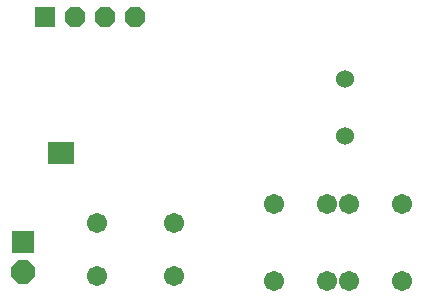
<source format=gbs>
G75*
G70*
%OFA0B0*%
%FSLAX24Y24*%
%IPPOS*%
%LPD*%
%AMOC8*
5,1,8,0,0,1.08239X$1,22.5*
%
%ADD10C,0.0000*%
%ADD11C,0.0001*%
%ADD12C,0.0600*%
%ADD13R,0.0674X0.0674*%
%ADD14OC8,0.0674*%
%ADD15C,0.0674*%
%ADD16R,0.0780X0.0780*%
%ADD17OC8,0.0780*%
%ADD18C,0.0671*%
D10*
X002880Y004650D02*
X003700Y004650D01*
X003700Y005350D01*
X002880Y005350D01*
X002880Y004650D01*
D11*
X002880Y004651D02*
X003700Y004651D01*
X003700Y004652D02*
X002880Y004652D01*
X002880Y004653D02*
X003700Y004653D01*
X003700Y004654D02*
X002880Y004654D01*
X002880Y004655D02*
X003700Y004655D01*
X003700Y004656D02*
X002880Y004656D01*
X002880Y004657D02*
X003700Y004657D01*
X003700Y004658D02*
X002880Y004658D01*
X002880Y004659D02*
X003700Y004659D01*
X003700Y004660D02*
X002880Y004660D01*
X002880Y004661D02*
X003700Y004661D01*
X003700Y004662D02*
X002880Y004662D01*
X002880Y004663D02*
X003700Y004663D01*
X003700Y004664D02*
X002880Y004664D01*
X002880Y004665D02*
X003700Y004665D01*
X003700Y004666D02*
X002880Y004666D01*
X002880Y004667D02*
X003700Y004667D01*
X003700Y004668D02*
X002880Y004668D01*
X002880Y004669D02*
X003700Y004669D01*
X003700Y004670D02*
X002880Y004670D01*
X002880Y004671D02*
X003700Y004671D01*
X003700Y004672D02*
X002880Y004672D01*
X002880Y004673D02*
X003700Y004673D01*
X003700Y004674D02*
X002880Y004674D01*
X002880Y004675D02*
X003700Y004675D01*
X003700Y004676D02*
X002880Y004676D01*
X002880Y004677D02*
X003700Y004677D01*
X003700Y004678D02*
X002880Y004678D01*
X002880Y004679D02*
X003700Y004679D01*
X003700Y004680D02*
X002880Y004680D01*
X002880Y004681D02*
X003700Y004681D01*
X003700Y004682D02*
X002880Y004682D01*
X002880Y004683D02*
X003700Y004683D01*
X003700Y004684D02*
X002880Y004684D01*
X002880Y004685D02*
X003700Y004685D01*
X003700Y004686D02*
X002880Y004686D01*
X002880Y004687D02*
X003700Y004687D01*
X003700Y004688D02*
X002880Y004688D01*
X002880Y004689D02*
X003700Y004689D01*
X003700Y004690D02*
X002880Y004690D01*
X002880Y004691D02*
X003700Y004691D01*
X003700Y004692D02*
X002880Y004692D01*
X002880Y004693D02*
X003700Y004693D01*
X003700Y004694D02*
X002880Y004694D01*
X002880Y004695D02*
X003700Y004695D01*
X003700Y004696D02*
X002880Y004696D01*
X002880Y004697D02*
X003700Y004697D01*
X003700Y004698D02*
X002880Y004698D01*
X002880Y004699D02*
X003700Y004699D01*
X003700Y004700D02*
X002880Y004700D01*
X002880Y004701D02*
X003700Y004701D01*
X003700Y004702D02*
X002880Y004702D01*
X002880Y004703D02*
X003700Y004703D01*
X003700Y004704D02*
X002880Y004704D01*
X002880Y004705D02*
X003700Y004705D01*
X003700Y004706D02*
X002880Y004706D01*
X002880Y004707D02*
X003700Y004707D01*
X003700Y004708D02*
X002880Y004708D01*
X002880Y004709D02*
X003700Y004709D01*
X003700Y004710D02*
X002880Y004710D01*
X002880Y004711D02*
X003700Y004711D01*
X003700Y004712D02*
X002880Y004712D01*
X002880Y004713D02*
X003700Y004713D01*
X003700Y004714D02*
X002880Y004714D01*
X002880Y004715D02*
X003700Y004715D01*
X003700Y004716D02*
X002880Y004716D01*
X002880Y004717D02*
X003700Y004717D01*
X003700Y004718D02*
X002880Y004718D01*
X002880Y004719D02*
X003700Y004719D01*
X003700Y004720D02*
X002880Y004720D01*
X002880Y004721D02*
X003700Y004721D01*
X003700Y004722D02*
X002880Y004722D01*
X002880Y004723D02*
X003700Y004723D01*
X003700Y004724D02*
X002880Y004724D01*
X002880Y004725D02*
X003700Y004725D01*
X003700Y004726D02*
X002880Y004726D01*
X002880Y004727D02*
X003700Y004727D01*
X003700Y004728D02*
X002880Y004728D01*
X002880Y004729D02*
X003700Y004729D01*
X003700Y004730D02*
X002880Y004730D01*
X002880Y004731D02*
X003700Y004731D01*
X003700Y004732D02*
X002880Y004732D01*
X002880Y004733D02*
X003700Y004733D01*
X003700Y004734D02*
X002880Y004734D01*
X002880Y004735D02*
X003700Y004735D01*
X003700Y004736D02*
X002880Y004736D01*
X002880Y004737D02*
X003700Y004737D01*
X003700Y004738D02*
X002880Y004738D01*
X002880Y004739D02*
X003700Y004739D01*
X003700Y004740D02*
X002880Y004740D01*
X002880Y004741D02*
X003700Y004741D01*
X003700Y004742D02*
X002880Y004742D01*
X002880Y004743D02*
X003700Y004743D01*
X003700Y004744D02*
X002880Y004744D01*
X002880Y004745D02*
X003700Y004745D01*
X003700Y004746D02*
X002880Y004746D01*
X002880Y004747D02*
X003700Y004747D01*
X003700Y004748D02*
X002880Y004748D01*
X002880Y004749D02*
X003700Y004749D01*
X003700Y004750D02*
X002880Y004750D01*
X002880Y004751D02*
X003700Y004751D01*
X003700Y004752D02*
X002880Y004752D01*
X002880Y004753D02*
X003700Y004753D01*
X003700Y004754D02*
X002880Y004754D01*
X002880Y004755D02*
X003700Y004755D01*
X003700Y004756D02*
X002880Y004756D01*
X002880Y004757D02*
X003700Y004757D01*
X003700Y004758D02*
X002880Y004758D01*
X002880Y004759D02*
X003700Y004759D01*
X003700Y004760D02*
X002880Y004760D01*
X002880Y004761D02*
X003700Y004761D01*
X003700Y004762D02*
X002880Y004762D01*
X002880Y004763D02*
X003700Y004763D01*
X003700Y004764D02*
X002880Y004764D01*
X002880Y004765D02*
X003700Y004765D01*
X003700Y004766D02*
X002880Y004766D01*
X002880Y004767D02*
X003700Y004767D01*
X003700Y004768D02*
X002880Y004768D01*
X002880Y004769D02*
X003700Y004769D01*
X003700Y004770D02*
X002880Y004770D01*
X002880Y004771D02*
X003700Y004771D01*
X003700Y004772D02*
X002880Y004772D01*
X002880Y004773D02*
X003700Y004773D01*
X003700Y004774D02*
X002880Y004774D01*
X002880Y004775D02*
X003700Y004775D01*
X003700Y004776D02*
X002880Y004776D01*
X002880Y004777D02*
X003700Y004777D01*
X003700Y004778D02*
X002880Y004778D01*
X002880Y004779D02*
X003700Y004779D01*
X003700Y004780D02*
X002880Y004780D01*
X002880Y004781D02*
X003700Y004781D01*
X003700Y004782D02*
X002880Y004782D01*
X002880Y004783D02*
X003700Y004783D01*
X003700Y004784D02*
X002880Y004784D01*
X002880Y004785D02*
X003700Y004785D01*
X003700Y004786D02*
X002880Y004786D01*
X002880Y004787D02*
X003700Y004787D01*
X003700Y004788D02*
X002880Y004788D01*
X002880Y004789D02*
X003700Y004789D01*
X003700Y004790D02*
X002880Y004790D01*
X002880Y004791D02*
X003700Y004791D01*
X003700Y004792D02*
X002880Y004792D01*
X002880Y004793D02*
X003700Y004793D01*
X003700Y004794D02*
X002880Y004794D01*
X002880Y004795D02*
X003700Y004795D01*
X003700Y004796D02*
X002880Y004796D01*
X002880Y004797D02*
X003700Y004797D01*
X003700Y004798D02*
X002880Y004798D01*
X002880Y004799D02*
X003700Y004799D01*
X003700Y004800D02*
X002880Y004800D01*
X002880Y004801D02*
X003700Y004801D01*
X003700Y004802D02*
X002880Y004802D01*
X002880Y004803D02*
X003700Y004803D01*
X003700Y004804D02*
X002880Y004804D01*
X002880Y004805D02*
X003700Y004805D01*
X003700Y004806D02*
X002880Y004806D01*
X002880Y004807D02*
X003700Y004807D01*
X003700Y004808D02*
X002880Y004808D01*
X002880Y004809D02*
X003700Y004809D01*
X003700Y004810D02*
X002880Y004810D01*
X002880Y004811D02*
X003700Y004811D01*
X003700Y004812D02*
X002880Y004812D01*
X002880Y004813D02*
X003700Y004813D01*
X003700Y004814D02*
X002880Y004814D01*
X002880Y004815D02*
X003700Y004815D01*
X003700Y004816D02*
X002880Y004816D01*
X002880Y004817D02*
X003700Y004817D01*
X003700Y004818D02*
X002880Y004818D01*
X003700Y004818D01*
X003700Y004819D02*
X002880Y004819D01*
X002880Y004820D02*
X003700Y004820D01*
X003700Y004821D02*
X002880Y004821D01*
X002880Y004822D02*
X003700Y004822D01*
X003700Y004823D02*
X002880Y004823D01*
X002880Y004824D02*
X003700Y004824D01*
X003700Y004825D02*
X002880Y004825D01*
X002880Y004826D02*
X003700Y004826D01*
X003700Y004827D02*
X002880Y004827D01*
X002880Y004828D02*
X003700Y004828D01*
X003700Y004829D02*
X002880Y004829D01*
X002880Y004830D02*
X003700Y004830D01*
X003700Y004831D02*
X002880Y004831D01*
X002880Y004832D02*
X003700Y004832D01*
X003700Y004833D02*
X002880Y004833D01*
X002880Y004834D02*
X003700Y004834D01*
X003700Y004835D02*
X002880Y004835D01*
X002880Y004836D02*
X003700Y004836D01*
X003700Y004837D02*
X002880Y004837D01*
X002880Y004838D02*
X003700Y004838D01*
X003700Y004839D02*
X002880Y004839D01*
X002880Y004840D02*
X003700Y004840D01*
X003700Y004841D02*
X002880Y004841D01*
X002880Y004842D02*
X003700Y004842D01*
X003700Y004843D02*
X002880Y004843D01*
X002880Y004844D02*
X003700Y004844D01*
X003700Y004845D02*
X002880Y004845D01*
X002880Y004846D02*
X003700Y004846D01*
X003700Y004847D02*
X002880Y004847D01*
X002880Y004848D02*
X003700Y004848D01*
X003700Y004849D02*
X002880Y004849D01*
X002880Y004850D02*
X003700Y004850D01*
X003700Y004851D02*
X002880Y004851D01*
X002880Y004852D02*
X003700Y004852D01*
X003700Y004853D02*
X002880Y004853D01*
X002880Y004854D02*
X003700Y004854D01*
X003700Y004855D02*
X002880Y004855D01*
X002880Y004856D02*
X003700Y004856D01*
X003700Y004857D02*
X002880Y004857D01*
X002880Y004858D02*
X003700Y004858D01*
X003700Y004859D02*
X002880Y004859D01*
X002880Y004860D02*
X003700Y004860D01*
X003700Y004861D02*
X002880Y004861D01*
X002880Y004862D02*
X003700Y004862D01*
X003700Y004863D02*
X002880Y004863D01*
X002880Y004864D02*
X003700Y004864D01*
X003700Y004865D02*
X002880Y004865D01*
X002880Y004866D02*
X003700Y004866D01*
X003700Y004867D02*
X002880Y004867D01*
X002880Y004868D02*
X003700Y004868D01*
X003700Y004869D02*
X002880Y004869D01*
X002880Y004870D02*
X003700Y004870D01*
X003700Y004871D02*
X002880Y004871D01*
X002880Y004872D02*
X003700Y004872D01*
X003700Y004873D02*
X002880Y004873D01*
X002880Y004874D02*
X003700Y004874D01*
X003700Y004875D02*
X002880Y004875D01*
X002880Y004876D02*
X003700Y004876D01*
X003700Y004877D02*
X002880Y004877D01*
X002880Y004878D02*
X003700Y004878D01*
X003700Y004879D02*
X002880Y004879D01*
X002880Y004880D02*
X003700Y004880D01*
X003700Y004881D02*
X002880Y004881D01*
X002880Y004882D02*
X003700Y004882D01*
X003700Y004883D02*
X002880Y004883D01*
X002880Y004884D02*
X003700Y004884D01*
X003700Y004885D02*
X002880Y004885D01*
X002880Y004886D02*
X003700Y004886D01*
X003700Y004887D02*
X002880Y004887D01*
X002880Y004888D02*
X003700Y004888D01*
X003700Y004889D02*
X002880Y004889D01*
X002880Y004890D02*
X003700Y004890D01*
X003700Y004891D02*
X002880Y004891D01*
X002880Y004892D02*
X003700Y004892D01*
X003700Y004893D02*
X002880Y004893D01*
X002880Y004894D02*
X003700Y004894D01*
X003700Y004895D02*
X002880Y004895D01*
X002880Y004896D02*
X003700Y004896D01*
X003700Y004897D02*
X002880Y004897D01*
X002880Y004898D02*
X003700Y004898D01*
X003700Y004899D02*
X002880Y004899D01*
X002880Y004900D02*
X003700Y004900D01*
X003700Y004901D02*
X002880Y004901D01*
X002880Y004902D02*
X003700Y004902D01*
X003700Y004903D02*
X002880Y004903D01*
X002880Y004904D02*
X003700Y004904D01*
X003700Y004905D02*
X002880Y004905D01*
X002880Y004906D02*
X003700Y004906D01*
X003700Y004907D02*
X002880Y004907D01*
X002880Y004908D02*
X003700Y004908D01*
X003700Y004909D02*
X002880Y004909D01*
X002880Y004910D02*
X003700Y004910D01*
X003700Y004911D02*
X002880Y004911D01*
X002880Y004912D02*
X003700Y004912D01*
X003700Y004913D02*
X002880Y004913D01*
X002880Y004914D02*
X003700Y004914D01*
X003700Y004915D02*
X002880Y004915D01*
X002880Y004916D02*
X003700Y004916D01*
X003700Y004917D02*
X002880Y004917D01*
X002880Y004918D02*
X003700Y004918D01*
X003700Y004919D02*
X002880Y004919D01*
X002880Y004920D02*
X003700Y004920D01*
X003700Y004921D02*
X002880Y004921D01*
X002880Y004922D02*
X003700Y004922D01*
X003700Y004923D02*
X002880Y004923D01*
X002880Y004924D02*
X003700Y004924D01*
X003700Y004925D02*
X002880Y004925D01*
X002880Y004926D02*
X003700Y004926D01*
X003700Y004927D02*
X002880Y004927D01*
X002880Y004928D02*
X003700Y004928D01*
X003700Y004929D02*
X002880Y004929D01*
X002880Y004930D02*
X003700Y004930D01*
X003700Y004931D02*
X002880Y004931D01*
X002880Y004932D02*
X003700Y004932D01*
X003700Y004933D02*
X002880Y004933D01*
X002880Y004934D02*
X003700Y004934D01*
X003700Y004935D02*
X002880Y004935D01*
X002880Y004936D02*
X003700Y004936D01*
X003700Y004937D02*
X002880Y004937D01*
X002880Y004938D02*
X003700Y004938D01*
X003700Y004939D02*
X002880Y004939D01*
X002880Y004940D02*
X003700Y004940D01*
X003700Y004941D02*
X002880Y004941D01*
X002880Y004942D02*
X003700Y004942D01*
X003700Y004943D02*
X002880Y004943D01*
X002880Y004944D02*
X003700Y004944D01*
X003700Y004945D02*
X002880Y004945D01*
X002880Y004946D02*
X003700Y004946D01*
X003700Y004947D02*
X002880Y004947D01*
X002880Y004948D02*
X003700Y004948D01*
X003700Y004949D02*
X002880Y004949D01*
X002880Y004950D02*
X003700Y004950D01*
X003700Y004951D02*
X002880Y004951D01*
X002880Y004952D02*
X003700Y004952D01*
X003700Y004953D02*
X002880Y004953D01*
X002880Y004954D02*
X003700Y004954D01*
X003700Y004955D02*
X002880Y004955D01*
X002880Y004956D02*
X003700Y004956D01*
X003700Y004957D02*
X002880Y004957D01*
X002880Y004958D02*
X003700Y004958D01*
X003700Y004959D02*
X002880Y004959D01*
X002880Y004960D02*
X003700Y004960D01*
X003700Y004961D02*
X002880Y004961D01*
X002880Y004962D02*
X003700Y004962D01*
X003700Y004963D02*
X002880Y004963D01*
X002880Y004964D02*
X003700Y004964D01*
X003700Y004965D02*
X002880Y004965D01*
X002880Y004966D02*
X003700Y004966D01*
X003700Y004967D02*
X002880Y004967D01*
X002880Y004968D02*
X003700Y004968D01*
X003700Y004969D02*
X002880Y004969D01*
X002880Y004970D02*
X003700Y004970D01*
X003700Y004971D02*
X002880Y004971D01*
X002880Y004972D02*
X003700Y004972D01*
X003700Y004973D02*
X002880Y004973D01*
X002880Y004974D02*
X003700Y004974D01*
X003700Y004975D02*
X002880Y004975D01*
X002880Y004976D02*
X003700Y004976D01*
X003700Y004977D02*
X002880Y004977D01*
X002880Y004978D02*
X003700Y004978D01*
X003700Y004979D02*
X002880Y004979D01*
X002880Y004980D02*
X003700Y004980D01*
X003700Y004981D02*
X002880Y004981D01*
X002880Y004982D02*
X003700Y004982D01*
X003700Y004983D02*
X002880Y004983D01*
X002880Y004984D02*
X003700Y004984D01*
X003700Y004985D02*
X002880Y004985D01*
X002880Y004986D02*
X003700Y004986D01*
X003700Y004987D02*
X002880Y004987D01*
X002880Y004988D02*
X003700Y004988D01*
X003700Y004989D02*
X002880Y004989D01*
X002880Y004990D02*
X003700Y004990D01*
X003700Y004991D02*
X002880Y004991D01*
X002880Y004992D02*
X003700Y004992D01*
X003700Y004993D02*
X002880Y004993D01*
X002880Y004994D02*
X003700Y004994D01*
X003700Y004995D02*
X002880Y004995D01*
X002880Y004996D02*
X003700Y004996D01*
X003700Y004997D02*
X002880Y004997D01*
X002880Y004998D02*
X003700Y004998D01*
X003700Y004999D02*
X002880Y004999D01*
X002880Y005000D02*
X003700Y005000D01*
X003700Y005001D02*
X002880Y005001D01*
X002880Y005002D02*
X003700Y005002D01*
X003700Y005003D02*
X002880Y005003D01*
X002880Y005004D02*
X003700Y005004D01*
X003700Y005005D02*
X002880Y005005D01*
X002880Y005006D02*
X003700Y005006D01*
X003700Y005007D02*
X002880Y005007D01*
X002880Y005008D02*
X003700Y005008D01*
X003700Y005009D02*
X002880Y005009D01*
X002880Y005010D02*
X003700Y005010D01*
X003700Y005011D02*
X002880Y005011D01*
X002880Y005012D02*
X003700Y005012D01*
X003700Y005013D02*
X002880Y005013D01*
X002880Y005014D02*
X003700Y005014D01*
X003700Y005015D02*
X002880Y005015D01*
X002880Y005016D02*
X003700Y005016D01*
X003700Y005017D02*
X002880Y005017D01*
X002880Y005018D02*
X003700Y005018D01*
X003700Y005019D02*
X002880Y005019D01*
X002880Y005020D02*
X003700Y005020D01*
X003700Y005021D02*
X002880Y005021D01*
X002880Y005022D02*
X003700Y005022D01*
X003700Y005023D02*
X002880Y005023D01*
X002880Y005024D02*
X003700Y005024D01*
X003700Y005025D02*
X002880Y005025D01*
X002880Y005026D02*
X003700Y005026D01*
X003700Y005027D02*
X002880Y005027D01*
X002880Y005028D02*
X003700Y005028D01*
X003700Y005029D02*
X002880Y005029D01*
X002880Y005030D02*
X003700Y005030D01*
X003700Y005031D02*
X002880Y005031D01*
X002880Y005032D02*
X003700Y005032D01*
X003700Y005033D02*
X002880Y005033D01*
X002880Y005034D02*
X003700Y005034D01*
X003700Y005035D02*
X002880Y005035D01*
X002880Y005036D02*
X003700Y005036D01*
X003700Y005037D02*
X002880Y005037D01*
X002880Y005038D02*
X003700Y005038D01*
X003700Y005039D02*
X002880Y005039D01*
X002880Y005040D02*
X003700Y005040D01*
X003700Y005041D02*
X002880Y005041D01*
X002880Y005042D02*
X003700Y005042D01*
X003700Y005043D02*
X002880Y005043D01*
X002880Y005044D02*
X003700Y005044D01*
X003700Y005045D02*
X002880Y005045D01*
X002880Y005046D02*
X003700Y005046D01*
X003700Y005047D02*
X002880Y005047D01*
X002880Y005048D02*
X003700Y005048D01*
X003700Y005049D02*
X002880Y005049D01*
X002880Y005050D02*
X003700Y005050D01*
X003700Y005051D02*
X002880Y005051D01*
X002880Y005052D02*
X003700Y005052D01*
X003700Y005053D02*
X002880Y005053D01*
X002880Y005054D02*
X003700Y005054D01*
X003700Y005055D02*
X002880Y005055D01*
X002880Y005056D02*
X003700Y005056D01*
X003700Y005057D02*
X002880Y005057D01*
X002880Y005058D02*
X003700Y005058D01*
X003700Y005059D02*
X002880Y005059D01*
X002880Y005060D02*
X003700Y005060D01*
X003700Y005061D02*
X002880Y005061D01*
X002880Y005062D02*
X003700Y005062D01*
X003700Y005063D02*
X002880Y005063D01*
X002880Y005064D02*
X003700Y005064D01*
X003700Y005065D02*
X002880Y005065D01*
X002880Y005066D02*
X003700Y005066D01*
X003700Y005067D02*
X002880Y005067D01*
X002880Y005068D02*
X003700Y005068D01*
X003700Y005069D02*
X002880Y005069D01*
X002880Y005070D02*
X003700Y005070D01*
X003700Y005071D02*
X002880Y005071D01*
X002880Y005072D02*
X003700Y005072D01*
X003700Y005073D02*
X002880Y005073D01*
X002880Y005074D02*
X003700Y005074D01*
X003700Y005075D02*
X002880Y005075D01*
X002880Y005076D02*
X003700Y005076D01*
X003700Y005077D02*
X002880Y005077D01*
X002880Y005078D02*
X003700Y005078D01*
X003700Y005079D02*
X002880Y005079D01*
X002880Y005080D02*
X003700Y005080D01*
X003700Y005081D02*
X002880Y005081D01*
X002880Y005082D02*
X003700Y005082D01*
X003700Y005083D02*
X002880Y005083D01*
X002880Y005084D02*
X003700Y005084D01*
X003700Y005085D02*
X002880Y005085D01*
X002880Y005086D02*
X003700Y005086D01*
X003700Y005087D02*
X002880Y005087D01*
X002880Y005088D02*
X003700Y005088D01*
X003700Y005089D02*
X002880Y005089D01*
X002880Y005090D02*
X003700Y005090D01*
X003700Y005091D02*
X002880Y005091D01*
X002880Y005092D02*
X003700Y005092D01*
X003700Y005093D02*
X002880Y005093D01*
X002880Y005094D02*
X003700Y005094D01*
X003700Y005095D02*
X002880Y005095D01*
X002880Y005096D02*
X003700Y005096D01*
X003700Y005097D02*
X002880Y005097D01*
X002880Y005098D02*
X003700Y005098D01*
X003700Y005099D02*
X002880Y005099D01*
X002880Y005100D02*
X003700Y005100D01*
X003700Y005101D02*
X002880Y005101D01*
X002880Y005102D02*
X003700Y005102D01*
X003700Y005103D02*
X002880Y005103D01*
X002880Y005104D02*
X003700Y005104D01*
X003700Y005105D02*
X002880Y005105D01*
X002880Y005106D02*
X003700Y005106D01*
X003700Y005107D02*
X002880Y005107D01*
X002880Y005108D02*
X003700Y005108D01*
X003700Y005109D02*
X002880Y005109D01*
X002880Y005110D02*
X003700Y005110D01*
X003700Y005111D02*
X002880Y005111D01*
X002880Y005112D02*
X003700Y005112D01*
X003700Y005113D02*
X002880Y005113D01*
X002880Y005114D02*
X003700Y005114D01*
X003700Y005115D02*
X002880Y005115D01*
X002880Y005116D02*
X003700Y005116D01*
X003700Y005117D02*
X002880Y005117D01*
X002880Y005118D02*
X003700Y005118D01*
X003700Y005119D02*
X002880Y005119D01*
X002880Y005120D02*
X003700Y005120D01*
X003700Y005121D02*
X002880Y005121D01*
X002880Y005122D02*
X003700Y005122D01*
X003700Y005123D02*
X002880Y005123D01*
X002880Y005124D02*
X003700Y005124D01*
X003700Y005125D02*
X002880Y005125D01*
X002880Y005126D02*
X003700Y005126D01*
X003700Y005127D02*
X002880Y005127D01*
X002880Y005128D02*
X003700Y005128D01*
X003700Y005129D02*
X002880Y005129D01*
X002880Y005130D02*
X003700Y005130D01*
X003700Y005131D02*
X002880Y005131D01*
X002880Y005132D02*
X003700Y005132D01*
X003700Y005133D02*
X002880Y005133D01*
X002880Y005134D02*
X003700Y005134D01*
X003700Y005135D02*
X002880Y005135D01*
X002880Y005136D02*
X003700Y005136D01*
X003700Y005137D02*
X002880Y005137D01*
X002880Y005138D02*
X003700Y005138D01*
X003700Y005139D02*
X002880Y005139D01*
X002880Y005140D02*
X003700Y005140D01*
X003700Y005141D02*
X002880Y005141D01*
X002880Y005142D02*
X003700Y005142D01*
X003700Y005143D02*
X002880Y005143D01*
X002880Y005144D02*
X003700Y005144D01*
X003700Y005145D02*
X002880Y005145D01*
X002880Y005146D02*
X003700Y005146D01*
X003700Y005147D02*
X002880Y005147D01*
X002880Y005148D02*
X003700Y005148D01*
X003700Y005149D02*
X002880Y005149D01*
X002880Y005150D02*
X003700Y005150D01*
X003700Y005151D02*
X002880Y005151D01*
X002880Y005152D02*
X003700Y005152D01*
X003700Y005153D02*
X002880Y005153D01*
X002880Y005154D02*
X003700Y005154D01*
X003700Y005155D02*
X002880Y005155D01*
X002880Y005156D02*
X003700Y005156D01*
X003700Y005157D02*
X002880Y005157D01*
X002880Y005158D02*
X003700Y005158D01*
X003700Y005159D02*
X002880Y005159D01*
X002880Y005160D02*
X003700Y005160D01*
X003700Y005161D02*
X002880Y005161D01*
X002880Y005162D02*
X003700Y005162D01*
X003700Y005163D02*
X002880Y005163D01*
X002880Y005164D02*
X003700Y005164D01*
X003700Y005165D02*
X002880Y005165D01*
X002880Y005166D02*
X003700Y005166D01*
X003700Y005167D02*
X002880Y005167D01*
X002880Y005168D02*
X003700Y005168D01*
X003700Y005169D02*
X002880Y005169D01*
X002880Y005170D02*
X003700Y005170D01*
X003700Y005171D02*
X002880Y005171D01*
X002880Y005172D02*
X003700Y005172D01*
X003700Y005173D02*
X002880Y005173D01*
X002880Y005174D02*
X003700Y005174D01*
X003700Y005175D02*
X002880Y005175D01*
X002880Y005176D02*
X003700Y005176D01*
X003700Y005177D02*
X002880Y005177D01*
X002880Y005178D02*
X003700Y005178D01*
X003700Y005179D02*
X002880Y005179D01*
X002880Y005180D02*
X003700Y005180D01*
X003700Y005181D02*
X002880Y005181D01*
X002880Y005182D02*
X003700Y005182D01*
X003700Y005183D02*
X002880Y005183D01*
X002880Y005184D02*
X003700Y005184D01*
X003700Y005185D02*
X002880Y005185D01*
X002880Y005186D02*
X003700Y005186D01*
X003700Y005187D02*
X002880Y005187D01*
X002880Y005188D02*
X003700Y005188D01*
X003700Y005189D02*
X002880Y005189D01*
X002880Y005190D02*
X003700Y005190D01*
X003700Y005191D02*
X002880Y005191D01*
X002880Y005192D02*
X003700Y005192D01*
X003700Y005193D02*
X002880Y005193D01*
X002880Y005194D02*
X003700Y005194D01*
X003700Y005195D02*
X002880Y005195D01*
X002880Y005196D02*
X003700Y005196D01*
X003700Y005197D02*
X002880Y005197D01*
X002880Y005198D02*
X003700Y005198D01*
X003700Y005199D02*
X002880Y005199D01*
X002880Y005200D02*
X003700Y005200D01*
X003700Y005201D02*
X002880Y005201D01*
X002880Y005202D02*
X003700Y005202D01*
X003700Y005203D02*
X002880Y005203D01*
X002880Y005204D02*
X003700Y005204D01*
X003700Y005205D02*
X002880Y005205D01*
X002880Y005206D02*
X003700Y005206D01*
X003700Y005207D02*
X002880Y005207D01*
X002880Y005208D02*
X003700Y005208D01*
X003700Y005209D02*
X002880Y005209D01*
X002880Y005210D02*
X003700Y005210D01*
X003700Y005211D02*
X002880Y005211D01*
X002880Y005212D02*
X003700Y005212D01*
X003700Y005213D02*
X002880Y005213D01*
X002880Y005214D02*
X003700Y005214D01*
X003700Y005215D02*
X002880Y005215D01*
X002880Y005216D02*
X003700Y005216D01*
X003700Y005217D02*
X002880Y005217D01*
X002880Y005218D02*
X003700Y005218D01*
X003700Y005219D02*
X002880Y005219D01*
X002880Y005220D02*
X003700Y005220D01*
X003700Y005221D02*
X002880Y005221D01*
X002880Y005222D02*
X003700Y005222D01*
X003700Y005223D02*
X002880Y005223D01*
X002880Y005224D02*
X003700Y005224D01*
X003700Y005225D02*
X002880Y005225D01*
X002880Y005226D02*
X003700Y005226D01*
X003700Y005227D02*
X002880Y005227D01*
X002880Y005228D02*
X003700Y005228D01*
X003700Y005229D02*
X002880Y005229D01*
X002880Y005230D02*
X003700Y005230D01*
X003700Y005231D02*
X002880Y005231D01*
X002880Y005232D02*
X003700Y005232D01*
X003700Y005233D02*
X002880Y005233D01*
X002880Y005234D02*
X003700Y005234D01*
X003700Y005235D02*
X002880Y005235D01*
X002880Y005236D02*
X003700Y005236D01*
X003700Y005237D02*
X002880Y005237D01*
X002880Y005238D02*
X003700Y005238D01*
X003700Y005239D02*
X002880Y005239D01*
X002880Y005240D02*
X003700Y005240D01*
X003700Y005241D02*
X002880Y005241D01*
X002880Y005242D02*
X003700Y005242D01*
X003700Y005243D02*
X002880Y005243D01*
X002880Y005244D02*
X003700Y005244D01*
X003700Y005245D02*
X002880Y005245D01*
X002880Y005246D02*
X003700Y005246D01*
X003700Y005247D02*
X002880Y005247D01*
X002880Y005248D02*
X003700Y005248D01*
X003700Y005249D02*
X002880Y005249D01*
X002880Y005250D02*
X003700Y005250D01*
X003700Y005251D02*
X002880Y005251D01*
X002880Y005252D02*
X003700Y005252D01*
X003700Y005253D02*
X002880Y005253D01*
X002880Y005254D02*
X003700Y005254D01*
X003700Y005255D02*
X002880Y005255D01*
X002880Y005256D02*
X003700Y005256D01*
X003700Y005257D02*
X002880Y005257D01*
X002880Y005258D02*
X003700Y005258D01*
X003700Y005259D02*
X002880Y005259D01*
X002880Y005260D02*
X003700Y005260D01*
X003700Y005261D02*
X002880Y005261D01*
X002880Y005262D02*
X003700Y005262D01*
X003700Y005263D02*
X002880Y005263D01*
X002880Y005264D02*
X003700Y005264D01*
X003700Y005265D02*
X002880Y005265D01*
X002880Y005266D02*
X003700Y005266D01*
X003700Y005267D02*
X002880Y005267D01*
X002880Y005268D02*
X003700Y005268D01*
X003700Y005269D02*
X002880Y005269D01*
X002880Y005270D02*
X003700Y005270D01*
X003700Y005271D02*
X002880Y005271D01*
X002880Y005272D02*
X003700Y005272D01*
X003700Y005273D02*
X002880Y005273D01*
X002880Y005274D02*
X003700Y005274D01*
X003700Y005275D02*
X002880Y005275D01*
X002880Y005276D02*
X003700Y005276D01*
X003700Y005277D02*
X002880Y005277D01*
X002880Y005278D02*
X003700Y005278D01*
X003700Y005279D02*
X002880Y005279D01*
X002880Y005280D02*
X003700Y005280D01*
X003700Y005281D02*
X002880Y005281D01*
X002880Y005282D02*
X003700Y005282D01*
X003700Y005283D02*
X002880Y005283D01*
X002880Y005284D02*
X003700Y005284D01*
X003700Y005285D02*
X002880Y005285D01*
X002880Y005286D02*
X003700Y005286D01*
X003700Y005287D02*
X002880Y005287D01*
X002880Y005288D02*
X003700Y005288D01*
X003700Y005289D02*
X002880Y005289D01*
X002880Y005290D02*
X003700Y005290D01*
X003700Y005291D02*
X002880Y005291D01*
X002880Y005292D02*
X003700Y005292D01*
X003700Y005293D02*
X002880Y005293D01*
X002880Y005294D02*
X003700Y005294D01*
X003700Y005295D02*
X002880Y005295D01*
X002880Y005296D02*
X003700Y005296D01*
X003700Y005297D02*
X002880Y005297D01*
X002880Y005298D02*
X003700Y005298D01*
X003700Y005299D02*
X002880Y005299D01*
X002880Y005300D02*
X003700Y005300D01*
X003700Y005301D02*
X002880Y005301D01*
X002880Y005302D02*
X003700Y005302D01*
X003700Y005303D02*
X002880Y005303D01*
X002880Y005304D02*
X003700Y005304D01*
X003700Y005305D02*
X002880Y005305D01*
X002880Y005306D02*
X003700Y005306D01*
X003700Y005307D02*
X002880Y005307D01*
X002880Y005308D02*
X003700Y005308D01*
X003700Y005309D02*
X002880Y005309D01*
X002880Y005310D02*
X003700Y005310D01*
X003700Y005311D02*
X002880Y005311D01*
X002880Y005312D02*
X003700Y005312D01*
X003700Y005313D02*
X002880Y005313D01*
X002880Y005314D02*
X003700Y005314D01*
X003700Y005315D02*
X002880Y005315D01*
X002880Y005316D02*
X003700Y005316D01*
X003700Y005317D02*
X002880Y005317D01*
X002880Y005318D02*
X003700Y005318D01*
X003700Y005319D02*
X002880Y005319D01*
X002880Y005320D02*
X003700Y005320D01*
X003700Y005321D02*
X002880Y005321D01*
X002880Y005322D02*
X003700Y005322D01*
X003700Y005323D02*
X002880Y005323D01*
X002880Y005324D02*
X003700Y005324D01*
X003700Y005325D02*
X002880Y005325D01*
X002880Y005326D02*
X003700Y005326D01*
X003700Y005327D02*
X002880Y005327D01*
X002880Y005328D02*
X003700Y005328D01*
X003700Y005329D02*
X002880Y005329D01*
X002880Y005330D02*
X003700Y005330D01*
X003700Y005331D02*
X002880Y005331D01*
X002880Y005332D02*
X003700Y005332D01*
X003700Y005333D02*
X002880Y005333D01*
X002880Y005334D02*
X003700Y005334D01*
X003700Y005335D02*
X002880Y005335D01*
X002880Y005336D02*
X003700Y005336D01*
X003700Y005337D02*
X002880Y005337D01*
X002880Y005338D02*
X003700Y005338D01*
X003700Y005339D02*
X002880Y005339D01*
X002880Y005340D02*
X003700Y005340D01*
X003700Y005341D02*
X002880Y005341D01*
X002880Y005342D02*
X003700Y005342D01*
X003700Y005343D02*
X002880Y005343D01*
X002880Y005344D02*
X003700Y005344D01*
X003700Y005345D02*
X002880Y005345D01*
X002880Y005346D02*
X003700Y005346D01*
X003700Y005347D02*
X002880Y005347D01*
X002880Y005348D02*
X003700Y005348D01*
X003700Y005349D02*
X002880Y005349D01*
X002880Y005350D02*
X003700Y005350D01*
D12*
X012790Y005550D03*
X012790Y007450D03*
D13*
X002790Y009500D03*
D14*
X003790Y009500D03*
X004790Y009500D03*
X005790Y009500D03*
D15*
X010404Y003280D03*
X012176Y003280D03*
X012904Y003280D03*
X014676Y003280D03*
X014676Y000720D03*
X012904Y000720D03*
X012176Y000720D03*
X010404Y000720D03*
X007070Y000864D03*
X007070Y002636D03*
X004510Y002636D03*
X004510Y000864D03*
D16*
X002040Y002000D03*
D17*
X002040Y001000D03*
D18*
X003290Y005000D03*
M02*

</source>
